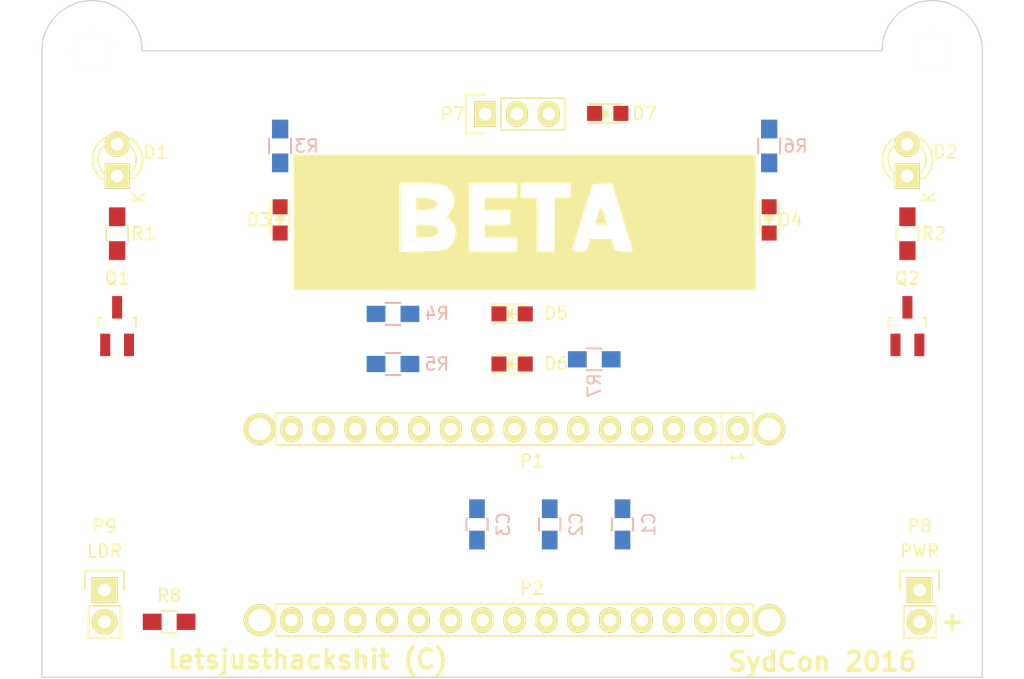
<source format=kicad_pcb>
(kicad_pcb (version 4) (host pcbnew 4.0.2-stable)

  (general
    (links 0)
    (no_connects 41)
    (area 109.949999 45.949999 185.050001 100.050001)
    (thickness 1.6)
    (drawings 25)
    (tracks 0)
    (zones 0)
    (modules 32)
    (nets 43)
  )

  (page A4)
  (title_block
    (date "jeu. 02 avril 2015")
  )

  (layers
    (0 F.Cu signal)
    (31 B.Cu signal)
    (32 B.Adhes user)
    (33 F.Adhes user)
    (34 B.Paste user)
    (35 F.Paste user)
    (36 B.SilkS user)
    (37 F.SilkS user)
    (38 B.Mask user)
    (39 F.Mask user)
    (40 Dwgs.User user)
    (41 Cmts.User user)
    (42 Eco1.User user)
    (43 Eco2.User user)
    (44 Edge.Cuts user)
    (45 Margin user)
    (46 B.CrtYd user)
    (47 F.CrtYd user)
    (48 B.Fab user)
    (49 F.Fab user)
  )

  (setup
    (last_trace_width 0.25)
    (trace_clearance 0.2)
    (zone_clearance 0.508)
    (zone_45_only no)
    (trace_min 0.2)
    (segment_width 0.15)
    (edge_width 0.1)
    (via_size 0.6)
    (via_drill 0.4)
    (via_min_size 0.4)
    (via_min_drill 0.3)
    (uvia_size 0.3)
    (uvia_drill 0.1)
    (uvias_allowed no)
    (uvia_min_size 0.2)
    (uvia_min_drill 0.1)
    (pcb_text_width 0.3)
    (pcb_text_size 1.5 1.5)
    (mod_edge_width 0.15)
    (mod_text_size 1 1)
    (mod_text_width 0.15)
    (pad_size 3 3)
    (pad_drill 3)
    (pad_to_mask_clearance 0)
    (aux_axis_origin 138.176 110.617)
    (visible_elements 7FFFFFFF)
    (pcbplotparams
      (layerselection 0x00030_80000001)
      (usegerberextensions false)
      (excludeedgelayer true)
      (linewidth 0.100000)
      (plotframeref false)
      (viasonmask false)
      (mode 1)
      (useauxorigin false)
      (hpglpennumber 1)
      (hpglpenspeed 20)
      (hpglpendiameter 15)
      (hpglpenoverlay 2)
      (psnegative false)
      (psa4output false)
      (plotreference true)
      (plotvalue true)
      (plotinvisibletext false)
      (padsonsilk false)
      (subtractmaskfromsilk false)
      (outputformat 1)
      (mirror false)
      (drillshape 0)
      (scaleselection 1)
      (outputdirectory ""))
  )

  (net 0 "")
  (net 1 "/1(Tx)")
  (net 2 "/0(Rx)")
  (net 3 /Reset)
  (net 4 GND)
  (net 5 /2)
  (net 6 "/3(**)")
  (net 7 /4)
  (net 8 "/5(**)")
  (net 9 "/6(**)")
  (net 10 /7)
  (net 11 /8)
  (net 12 "/9(**)")
  (net 13 "/10(**/SS)")
  (net 14 "/11(**/MISO)")
  (net 15 "/12(MOSI)")
  (net 16 /Vin)
  (net 17 +5V)
  (net 18 /A7)
  (net 19 /A6)
  (net 20 /A5)
  (net 21 /A4)
  (net 22 /A3)
  (net 23 /A2)
  (net 24 /A1)
  (net 25 /A0)
  (net 26 /AREF)
  (net 27 +3.3V)
  (net 28 "/13(SCK)")
  (net 29 "Net-(P3-Pad1)")
  (net 30 "Net-(P4-Pad1)")
  (net 31 "Net-(P5-Pad1)")
  (net 32 "Net-(P6-Pad1)")
  (net 33 "Net-(D1-Pad1)")
  (net 34 "Net-(D2-Pad1)")
  (net 35 "Net-(D3-Pad1)")
  (net 36 "Net-(D4-Pad1)")
  (net 37 "Net-(D5-Pad1)")
  (net 38 "Net-(D6-Pad1)")
  (net 39 "Net-(D7-Pad2)")
  (net 40 "Net-(P1-Pad3)")
  (net 41 "Net-(Q1-Pad3)")
  (net 42 "Net-(Q2-Pad3)")

  (net_class Default "This is the default net class."
    (clearance 0.2)
    (trace_width 0.25)
    (via_dia 0.6)
    (via_drill 0.4)
    (uvia_dia 0.3)
    (uvia_drill 0.1)
    (add_net +3.3V)
    (add_net +5V)
    (add_net "/0(Rx)")
    (add_net "/1(Tx)")
    (add_net "/10(**/SS)")
    (add_net "/11(**/MISO)")
    (add_net "/12(MOSI)")
    (add_net "/13(SCK)")
    (add_net /2)
    (add_net "/3(**)")
    (add_net /4)
    (add_net "/5(**)")
    (add_net "/6(**)")
    (add_net /7)
    (add_net /8)
    (add_net "/9(**)")
    (add_net /A0)
    (add_net /A1)
    (add_net /A2)
    (add_net /A3)
    (add_net /A4)
    (add_net /A5)
    (add_net /A6)
    (add_net /A7)
    (add_net /AREF)
    (add_net /Reset)
    (add_net /Vin)
    (add_net GND)
    (add_net "Net-(D1-Pad1)")
    (add_net "Net-(D2-Pad1)")
    (add_net "Net-(D3-Pad1)")
    (add_net "Net-(D4-Pad1)")
    (add_net "Net-(D5-Pad1)")
    (add_net "Net-(D6-Pad1)")
    (add_net "Net-(D7-Pad2)")
    (add_net "Net-(P1-Pad3)")
    (add_net "Net-(P3-Pad1)")
    (add_net "Net-(P4-Pad1)")
    (add_net "Net-(P5-Pad1)")
    (add_net "Net-(P6-Pad1)")
    (add_net "Net-(Q1-Pad3)")
    (add_net "Net-(Q2-Pad3)")
  )

  (module Socket_Arduino_Nano:Socket_Strip_Arduino_1x15 locked (layer F.Cu) (tedit 552169C6) (tstamp 551FC9D0)
    (at 165.469092 80.19563 180)
    (descr "Through hole socket strip")
    (tags "socket strip")
    (path /551D9496)
    (fp_text reference P1 (at 16.383 -2.54 180) (layer F.SilkS)
      (effects (font (size 1 1) (thickness 0.15)))
    )
    (fp_text value Digital (at 20.193 -2.54 180) (layer F.Fab)
      (effects (font (size 1 1) (thickness 0.15)))
    )
    (fp_line (start 1.27 -1.27) (end -1.27 -1.27) (layer F.SilkS) (width 0.15))
    (fp_line (start -1.27 -1.27) (end -1.27 1.27) (layer F.SilkS) (width 0.15))
    (fp_line (start -1.27 1.27) (end 1.27 1.27) (layer F.SilkS) (width 0.15))
    (fp_line (start -1.75 -1.75) (end -1.75 1.75) (layer F.CrtYd) (width 0.05))
    (fp_line (start 37.35 -1.75) (end 37.35 1.75) (layer F.CrtYd) (width 0.05))
    (fp_line (start -1.75 -1.75) (end 37.35 -1.75) (layer F.CrtYd) (width 0.05))
    (fp_line (start -1.75 1.75) (end 37.35 1.75) (layer F.CrtYd) (width 0.05))
    (fp_line (start 1.27 -1.27) (end 36.83 -1.27) (layer F.SilkS) (width 0.15))
    (fp_line (start 36.83 -1.27) (end 36.83 1.27) (layer F.SilkS) (width 0.15))
    (fp_line (start 36.83 1.27) (end 1.27 1.27) (layer F.SilkS) (width 0.15))
    (fp_line (start 1.27 1.27) (end 1.27 -1.27) (layer F.SilkS) (width 0.15))
    (pad 1 thru_hole oval (at 0 0 180) (size 1.7272 2.032) (drill 1.016) (layers *.Cu *.Mask F.SilkS)
      (net 1 "/1(Tx)"))
    (pad 2 thru_hole oval (at 2.54 0 180) (size 1.7272 2.032) (drill 1.016) (layers *.Cu *.Mask F.SilkS)
      (net 2 "/0(Rx)"))
    (pad 3 thru_hole oval (at 5.08 0 180) (size 1.7272 2.032) (drill 1.016) (layers *.Cu *.Mask F.SilkS)
      (net 40 "Net-(P1-Pad3)"))
    (pad 4 thru_hole oval (at 7.62 0 180) (size 1.7272 2.032) (drill 1.016) (layers *.Cu *.Mask F.SilkS)
      (net 4 GND))
    (pad 5 thru_hole oval (at 10.16 0 180) (size 1.7272 2.032) (drill 1.016) (layers *.Cu *.Mask F.SilkS)
      (net 5 /2))
    (pad 6 thru_hole oval (at 12.7 0 180) (size 1.7272 2.032) (drill 1.016) (layers *.Cu *.Mask F.SilkS)
      (net 6 "/3(**)"))
    (pad 7 thru_hole oval (at 15.24 0 180) (size 1.7272 2.032) (drill 1.016) (layers *.Cu *.Mask F.SilkS)
      (net 7 /4))
    (pad 8 thru_hole oval (at 17.78 0 180) (size 1.7272 2.032) (drill 1.016) (layers *.Cu *.Mask F.SilkS)
      (net 8 "/5(**)"))
    (pad 9 thru_hole oval (at 20.32 0 180) (size 1.7272 2.032) (drill 1.016) (layers *.Cu *.Mask F.SilkS)
      (net 9 "/6(**)"))
    (pad 10 thru_hole oval (at 22.86 0 180) (size 1.7272 2.032) (drill 1.016) (layers *.Cu *.Mask F.SilkS)
      (net 10 /7))
    (pad 11 thru_hole oval (at 25.4 0 180) (size 1.7272 2.032) (drill 1.016) (layers *.Cu *.Mask F.SilkS)
      (net 11 /8))
    (pad 12 thru_hole oval (at 27.94 0 180) (size 1.7272 2.032) (drill 1.016) (layers *.Cu *.Mask F.SilkS)
      (net 12 "/9(**)"))
    (pad 13 thru_hole oval (at 30.48 0 180) (size 1.7272 2.032) (drill 1.016) (layers *.Cu *.Mask F.SilkS)
      (net 13 "/10(**/SS)"))
    (pad 14 thru_hole oval (at 33.02 0 180) (size 1.7272 2.032) (drill 1.016) (layers *.Cu *.Mask F.SilkS)
      (net 14 "/11(**/MISO)"))
    (pad 15 thru_hole oval (at 35.56 0 180) (size 1.7272 2.032) (drill 1.016) (layers *.Cu *.Mask F.SilkS)
      (net 15 "/12(MOSI)"))
    (model ${KIPRJMOD}/Socket_Arduino_Nano.3dshapes/Socket_header_Arduino_1x15.wrl
      (at (xyz 0.7 0 0))
      (scale (xyz 1 1 1))
      (rotate (xyz 0 0 180))
    )
  )

  (module Socket_Arduino_Nano:Socket_Strip_Arduino_1x15 locked (layer F.Cu) (tedit 552169D3) (tstamp 551FC9EE)
    (at 165.469092 95.43563 180)
    (descr "Through hole socket strip")
    (tags "socket strip")
    (path /551D94EF)
    (fp_text reference P2 (at 16.383 2.54 180) (layer F.SilkS)
      (effects (font (size 1 1) (thickness 0.15)))
    )
    (fp_text value Analog (at 20.193 2.54 180) (layer F.Fab)
      (effects (font (size 1 1) (thickness 0.15)))
    )
    (fp_line (start 1.27 -1.27) (end -1.27 -1.27) (layer F.SilkS) (width 0.15))
    (fp_line (start -1.27 -1.27) (end -1.27 1.27) (layer F.SilkS) (width 0.15))
    (fp_line (start -1.27 1.27) (end 1.27 1.27) (layer F.SilkS) (width 0.15))
    (fp_line (start -1.75 -1.75) (end -1.75 1.75) (layer F.CrtYd) (width 0.05))
    (fp_line (start 37.35 -1.75) (end 37.35 1.75) (layer F.CrtYd) (width 0.05))
    (fp_line (start -1.75 -1.75) (end 37.35 -1.75) (layer F.CrtYd) (width 0.05))
    (fp_line (start -1.75 1.75) (end 37.35 1.75) (layer F.CrtYd) (width 0.05))
    (fp_line (start 1.27 -1.27) (end 36.83 -1.27) (layer F.SilkS) (width 0.15))
    (fp_line (start 36.83 -1.27) (end 36.83 1.27) (layer F.SilkS) (width 0.15))
    (fp_line (start 36.83 1.27) (end 1.27 1.27) (layer F.SilkS) (width 0.15))
    (fp_line (start 1.27 1.27) (end 1.27 -1.27) (layer F.SilkS) (width 0.15))
    (pad 1 thru_hole oval (at 0 0 180) (size 1.7272 2.032) (drill 1.016) (layers *.Cu *.Mask F.SilkS)
      (net 16 /Vin))
    (pad 2 thru_hole oval (at 2.54 0 180) (size 1.7272 2.032) (drill 1.016) (layers *.Cu *.Mask F.SilkS)
      (net 4 GND))
    (pad 3 thru_hole oval (at 5.08 0 180) (size 1.7272 2.032) (drill 1.016) (layers *.Cu *.Mask F.SilkS)
      (net 3 /Reset))
    (pad 4 thru_hole oval (at 7.62 0 180) (size 1.7272 2.032) (drill 1.016) (layers *.Cu *.Mask F.SilkS)
      (net 17 +5V))
    (pad 5 thru_hole oval (at 10.16 0 180) (size 1.7272 2.032) (drill 1.016) (layers *.Cu *.Mask F.SilkS)
      (net 18 /A7))
    (pad 6 thru_hole oval (at 12.7 0 180) (size 1.7272 2.032) (drill 1.016) (layers *.Cu *.Mask F.SilkS)
      (net 19 /A6))
    (pad 7 thru_hole oval (at 15.24 0 180) (size 1.7272 2.032) (drill 1.016) (layers *.Cu *.Mask F.SilkS)
      (net 20 /A5))
    (pad 8 thru_hole oval (at 17.78 0 180) (size 1.7272 2.032) (drill 1.016) (layers *.Cu *.Mask F.SilkS)
      (net 21 /A4))
    (pad 9 thru_hole oval (at 20.32 0 180) (size 1.7272 2.032) (drill 1.016) (layers *.Cu *.Mask F.SilkS)
      (net 22 /A3))
    (pad 10 thru_hole oval (at 22.86 0 180) (size 1.7272 2.032) (drill 1.016) (layers *.Cu *.Mask F.SilkS)
      (net 23 /A2))
    (pad 11 thru_hole oval (at 25.4 0 180) (size 1.7272 2.032) (drill 1.016) (layers *.Cu *.Mask F.SilkS)
      (net 24 /A1))
    (pad 12 thru_hole oval (at 27.94 0 180) (size 1.7272 2.032) (drill 1.016) (layers *.Cu *.Mask F.SilkS)
      (net 25 /A0))
    (pad 13 thru_hole oval (at 30.48 0 180) (size 1.7272 2.032) (drill 1.016) (layers *.Cu *.Mask F.SilkS)
      (net 26 /AREF))
    (pad 14 thru_hole oval (at 33.02 0 180) (size 1.7272 2.032) (drill 1.016) (layers *.Cu *.Mask F.SilkS)
      (net 27 +3.3V))
    (pad 15 thru_hole oval (at 35.56 0 180) (size 1.7272 2.032) (drill 1.016) (layers *.Cu *.Mask F.SilkS)
      (net 28 "/13(SCK)"))
    (model ${KIPRJMOD}/Socket_Arduino_Nano.3dshapes/Socket_header_Arduino_1x15.wrl
      (at (xyz 0.7 0 0))
      (scale (xyz 1 1 1))
      (rotate (xyz 0 0 180))
    )
  )

  (module Socket_Arduino_Nano:1pin_Nano locked (layer F.Cu) (tedit 5521156E) (tstamp 55211553)
    (at 168.009092 80.19563 270)
    (descr "module 1 pin (ou trou mecanique de percage)")
    (tags DEV)
    (path /551D9380)
    (fp_text reference P3 (at 0 -2.032 270) (layer F.SilkS) hide
      (effects (font (size 1 1) (thickness 0.15)))
    )
    (fp_text value CONN_1 (at 0 2.032 270) (layer F.Fab) hide
      (effects (font (size 1 1) (thickness 0.15)))
    )
    (pad 1 thru_hole circle (at 0 0 270) (size 2.54 2.54) (drill 1.778) (layers *.Cu *.Mask F.SilkS)
      (net 29 "Net-(P3-Pad1)"))
  )

  (module Socket_Arduino_Nano:1pin_Nano locked (layer F.Cu) (tedit 55211594) (tstamp 55211558)
    (at 127.369092 80.19563 270)
    (descr "module 1 pin (ou trou mecanique de percage)")
    (tags DEV)
    (path /551D9414)
    (fp_text reference P4 (at 0 -2.032 270) (layer F.SilkS) hide
      (effects (font (size 1 1) (thickness 0.15)))
    )
    (fp_text value CONN_1 (at 0 2.032 270) (layer F.Fab) hide
      (effects (font (size 1 1) (thickness 0.15)))
    )
    (pad 1 thru_hole circle (at 0 0 270) (size 2.54 2.54) (drill 1.778) (layers *.Cu *.Mask F.SilkS)
      (net 30 "Net-(P4-Pad1)"))
  )

  (module Socket_Arduino_Nano:1pin_Nano locked (layer F.Cu) (tedit 552115A5) (tstamp 5521155D)
    (at 127.369092 95.43563 270)
    (descr "module 1 pin (ou trou mecanique de percage)")
    (tags DEV)
    (path /551D9432)
    (fp_text reference P5 (at 0 -2.032 270) (layer F.SilkS) hide
      (effects (font (size 1 1) (thickness 0.15)))
    )
    (fp_text value CONN_1 (at 0 2.032 270) (layer F.Fab) hide
      (effects (font (size 1 1) (thickness 0.15)))
    )
    (pad 1 thru_hole circle (at 0 0 270) (size 2.54 2.54) (drill 1.778) (layers *.Cu *.Mask F.SilkS)
      (net 31 "Net-(P5-Pad1)"))
  )

  (module Socket_Arduino_Nano:1pin_Nano locked (layer F.Cu) (tedit 552115BD) (tstamp 55211562)
    (at 168.009092 95.43563 270)
    (descr "module 1 pin (ou trou mecanique de percage)")
    (tags DEV)
    (path /551D9466)
    (fp_text reference P6 (at 0 -2.032 270) (layer F.SilkS) hide
      (effects (font (size 1 1) (thickness 0.15)))
    )
    (fp_text value CONN_1 (at 0 2.032 270) (layer F.Fab) hide
      (effects (font (size 1 1) (thickness 0.15)))
    )
    (pad 1 thru_hole circle (at 0 0 270) (size 2.54 2.54) (drill 1.778) (layers *.Cu *.Mask F.SilkS)
      (net 32 "Net-(P6-Pad1)"))
  )

  (module Capacitors_SMD:C_0805_HandSoldering (layer B.Cu) (tedit 541A9B8D) (tstamp 56EFE844)
    (at 156.3 87.8 90)
    (descr "Capacitor SMD 0805, hand soldering")
    (tags "capacitor 0805")
    (path /56EF590D)
    (attr smd)
    (fp_text reference C1 (at 0 2.1 90) (layer B.SilkS)
      (effects (font (size 1 1) (thickness 0.15)) (justify mirror))
    )
    (fp_text value 22uF (at 0 -2.1 90) (layer B.Fab)
      (effects (font (size 1 1) (thickness 0.15)) (justify mirror))
    )
    (fp_line (start -2.3 1) (end 2.3 1) (layer B.CrtYd) (width 0.05))
    (fp_line (start -2.3 -1) (end 2.3 -1) (layer B.CrtYd) (width 0.05))
    (fp_line (start -2.3 1) (end -2.3 -1) (layer B.CrtYd) (width 0.05))
    (fp_line (start 2.3 1) (end 2.3 -1) (layer B.CrtYd) (width 0.05))
    (fp_line (start 0.5 0.85) (end -0.5 0.85) (layer B.SilkS) (width 0.15))
    (fp_line (start -0.5 -0.85) (end 0.5 -0.85) (layer B.SilkS) (width 0.15))
    (pad 1 smd rect (at -1.25 0 90) (size 1.5 1.25) (layers B.Cu B.Paste B.Mask)
      (net 17 +5V))
    (pad 2 smd rect (at 1.25 0 90) (size 1.5 1.25) (layers B.Cu B.Paste B.Mask)
      (net 4 GND))
    (model Capacitors_SMD.3dshapes/C_0805_HandSoldering.wrl
      (at (xyz 0 0 0))
      (scale (xyz 1 1 1))
      (rotate (xyz 0 0 0))
    )
  )

  (module Capacitors_SMD:C_0805_HandSoldering (layer B.Cu) (tedit 541A9B8D) (tstamp 56EFE850)
    (at 150.5 87.8 90)
    (descr "Capacitor SMD 0805, hand soldering")
    (tags "capacitor 0805")
    (path /56EF5B28)
    (attr smd)
    (fp_text reference C2 (at 0 2.1 90) (layer B.SilkS)
      (effects (font (size 1 1) (thickness 0.15)) (justify mirror))
    )
    (fp_text value 4.7uF (at 0 -2.1 90) (layer B.Fab)
      (effects (font (size 1 1) (thickness 0.15)) (justify mirror))
    )
    (fp_line (start -2.3 1) (end 2.3 1) (layer B.CrtYd) (width 0.05))
    (fp_line (start -2.3 -1) (end 2.3 -1) (layer B.CrtYd) (width 0.05))
    (fp_line (start -2.3 1) (end -2.3 -1) (layer B.CrtYd) (width 0.05))
    (fp_line (start 2.3 1) (end 2.3 -1) (layer B.CrtYd) (width 0.05))
    (fp_line (start 0.5 0.85) (end -0.5 0.85) (layer B.SilkS) (width 0.15))
    (fp_line (start -0.5 -0.85) (end 0.5 -0.85) (layer B.SilkS) (width 0.15))
    (pad 1 smd rect (at -1.25 0 90) (size 1.5 1.25) (layers B.Cu B.Paste B.Mask)
      (net 17 +5V))
    (pad 2 smd rect (at 1.25 0 90) (size 1.5 1.25) (layers B.Cu B.Paste B.Mask)
      (net 4 GND))
    (model Capacitors_SMD.3dshapes/C_0805_HandSoldering.wrl
      (at (xyz 0 0 0))
      (scale (xyz 1 1 1))
      (rotate (xyz 0 0 0))
    )
  )

  (module Capacitors_SMD:C_0805_HandSoldering (layer B.Cu) (tedit 541A9B8D) (tstamp 56EFE85C)
    (at 144.7 87.8 90)
    (descr "Capacitor SMD 0805, hand soldering")
    (tags "capacitor 0805")
    (path /56EF5B94)
    (attr smd)
    (fp_text reference C3 (at 0 2.1 90) (layer B.SilkS)
      (effects (font (size 1 1) (thickness 0.15)) (justify mirror))
    )
    (fp_text value 1uF (at 0 -2.1 90) (layer B.Fab)
      (effects (font (size 1 1) (thickness 0.15)) (justify mirror))
    )
    (fp_line (start -2.3 1) (end 2.3 1) (layer B.CrtYd) (width 0.05))
    (fp_line (start -2.3 -1) (end 2.3 -1) (layer B.CrtYd) (width 0.05))
    (fp_line (start -2.3 1) (end -2.3 -1) (layer B.CrtYd) (width 0.05))
    (fp_line (start 2.3 1) (end 2.3 -1) (layer B.CrtYd) (width 0.05))
    (fp_line (start 0.5 0.85) (end -0.5 0.85) (layer B.SilkS) (width 0.15))
    (fp_line (start -0.5 -0.85) (end 0.5 -0.85) (layer B.SilkS) (width 0.15))
    (pad 1 smd rect (at -1.25 0 90) (size 1.5 1.25) (layers B.Cu B.Paste B.Mask)
      (net 17 +5V))
    (pad 2 smd rect (at 1.25 0 90) (size 1.5 1.25) (layers B.Cu B.Paste B.Mask)
      (net 4 GND))
    (model Capacitors_SMD.3dshapes/C_0805_HandSoldering.wrl
      (at (xyz 0 0 0))
      (scale (xyz 1 1 1))
      (rotate (xyz 0 0 0))
    )
  )

  (module LEDs:LED_0805 (layer F.Cu) (tedit 55BDE1C2) (tstamp 56EFE895)
    (at 129 63.5 270)
    (descr "LED 0805 smd package")
    (tags "LED 0805 SMD")
    (path /56EECEC7)
    (attr smd)
    (fp_text reference D3 (at 0 1.7 360) (layer F.SilkS)
      (effects (font (size 1 1) (thickness 0.15)))
    )
    (fp_text value "LFT LED" (at 0 1.75 270) (layer F.Fab)
      (effects (font (size 1 1) (thickness 0.15)))
    )
    (fp_line (start -1.6 0.75) (end 1.1 0.75) (layer F.SilkS) (width 0.15))
    (fp_line (start -1.6 -0.75) (end 1.1 -0.75) (layer F.SilkS) (width 0.15))
    (fp_line (start -0.1 0.15) (end -0.1 -0.1) (layer F.SilkS) (width 0.15))
    (fp_line (start -0.1 -0.1) (end -0.25 0.05) (layer F.SilkS) (width 0.15))
    (fp_line (start -0.35 -0.35) (end -0.35 0.35) (layer F.SilkS) (width 0.15))
    (fp_line (start 0 0) (end 0.35 0) (layer F.SilkS) (width 0.15))
    (fp_line (start -0.35 0) (end 0 -0.35) (layer F.SilkS) (width 0.15))
    (fp_line (start 0 -0.35) (end 0 0.35) (layer F.SilkS) (width 0.15))
    (fp_line (start 0 0.35) (end -0.35 0) (layer F.SilkS) (width 0.15))
    (fp_line (start 1.9 -0.95) (end 1.9 0.95) (layer F.CrtYd) (width 0.05))
    (fp_line (start 1.9 0.95) (end -1.9 0.95) (layer F.CrtYd) (width 0.05))
    (fp_line (start -1.9 0.95) (end -1.9 -0.95) (layer F.CrtYd) (width 0.05))
    (fp_line (start -1.9 -0.95) (end 1.9 -0.95) (layer F.CrtYd) (width 0.05))
    (pad 2 smd rect (at 1.04902 0 90) (size 1.19888 1.19888) (layers F.Cu F.Paste F.Mask)
      (net 8 "/5(**)"))
    (pad 1 smd rect (at -1.04902 0 90) (size 1.19888 1.19888) (layers F.Cu F.Paste F.Mask)
      (net 35 "Net-(D3-Pad1)"))
    (model LEDs.3dshapes/LED_0805.wrl
      (at (xyz 0 0 0))
      (scale (xyz 1 1 1))
      (rotate (xyz 0 0 0))
    )
  )

  (module LEDs:LED_0805 (layer F.Cu) (tedit 55BDE1C2) (tstamp 56EFE8A8)
    (at 168 63.5 270)
    (descr "LED 0805 smd package")
    (tags "LED 0805 SMD")
    (path /56EED5AA)
    (attr smd)
    (fp_text reference D4 (at 0 -1.7 360) (layer F.SilkS)
      (effects (font (size 1 1) (thickness 0.15)))
    )
    (fp_text value "RHT LED" (at 0 1.75 270) (layer F.Fab)
      (effects (font (size 1 1) (thickness 0.15)))
    )
    (fp_line (start -1.6 0.75) (end 1.1 0.75) (layer F.SilkS) (width 0.15))
    (fp_line (start -1.6 -0.75) (end 1.1 -0.75) (layer F.SilkS) (width 0.15))
    (fp_line (start -0.1 0.15) (end -0.1 -0.1) (layer F.SilkS) (width 0.15))
    (fp_line (start -0.1 -0.1) (end -0.25 0.05) (layer F.SilkS) (width 0.15))
    (fp_line (start -0.35 -0.35) (end -0.35 0.35) (layer F.SilkS) (width 0.15))
    (fp_line (start 0 0) (end 0.35 0) (layer F.SilkS) (width 0.15))
    (fp_line (start -0.35 0) (end 0 -0.35) (layer F.SilkS) (width 0.15))
    (fp_line (start 0 -0.35) (end 0 0.35) (layer F.SilkS) (width 0.15))
    (fp_line (start 0 0.35) (end -0.35 0) (layer F.SilkS) (width 0.15))
    (fp_line (start 1.9 -0.95) (end 1.9 0.95) (layer F.CrtYd) (width 0.05))
    (fp_line (start 1.9 0.95) (end -1.9 0.95) (layer F.CrtYd) (width 0.05))
    (fp_line (start -1.9 0.95) (end -1.9 -0.95) (layer F.CrtYd) (width 0.05))
    (fp_line (start -1.9 -0.95) (end 1.9 -0.95) (layer F.CrtYd) (width 0.05))
    (pad 2 smd rect (at 1.04902 0 90) (size 1.19888 1.19888) (layers F.Cu F.Paste F.Mask)
      (net 9 "/6(**)"))
    (pad 1 smd rect (at -1.04902 0 90) (size 1.19888 1.19888) (layers F.Cu F.Paste F.Mask)
      (net 36 "Net-(D4-Pad1)"))
    (model LEDs.3dshapes/LED_0805.wrl
      (at (xyz 0 0 0))
      (scale (xyz 1 1 1))
      (rotate (xyz 0 0 0))
    )
  )

  (module LEDs:LED_0805 (layer F.Cu) (tedit 55BDE1C2) (tstamp 56EFE8BB)
    (at 147.5 71)
    (descr "LED 0805 smd package")
    (tags "LED 0805 SMD")
    (path /56EEE1C5)
    (attr smd)
    (fp_text reference D5 (at 3.49902 -0.05) (layer F.SilkS)
      (effects (font (size 1 1) (thickness 0.15)))
    )
    (fp_text value LED (at 0 1.75) (layer F.Fab)
      (effects (font (size 1 1) (thickness 0.15)))
    )
    (fp_line (start -1.6 0.75) (end 1.1 0.75) (layer F.SilkS) (width 0.15))
    (fp_line (start -1.6 -0.75) (end 1.1 -0.75) (layer F.SilkS) (width 0.15))
    (fp_line (start -0.1 0.15) (end -0.1 -0.1) (layer F.SilkS) (width 0.15))
    (fp_line (start -0.1 -0.1) (end -0.25 0.05) (layer F.SilkS) (width 0.15))
    (fp_line (start -0.35 -0.35) (end -0.35 0.35) (layer F.SilkS) (width 0.15))
    (fp_line (start 0 0) (end 0.35 0) (layer F.SilkS) (width 0.15))
    (fp_line (start -0.35 0) (end 0 -0.35) (layer F.SilkS) (width 0.15))
    (fp_line (start 0 -0.35) (end 0 0.35) (layer F.SilkS) (width 0.15))
    (fp_line (start 0 0.35) (end -0.35 0) (layer F.SilkS) (width 0.15))
    (fp_line (start 1.9 -0.95) (end 1.9 0.95) (layer F.CrtYd) (width 0.05))
    (fp_line (start 1.9 0.95) (end -1.9 0.95) (layer F.CrtYd) (width 0.05))
    (fp_line (start -1.9 0.95) (end -1.9 -0.95) (layer F.CrtYd) (width 0.05))
    (fp_line (start -1.9 -0.95) (end 1.9 -0.95) (layer F.CrtYd) (width 0.05))
    (pad 2 smd rect (at 1.04902 0 180) (size 1.19888 1.19888) (layers F.Cu F.Paste F.Mask)
      (net 10 /7))
    (pad 1 smd rect (at -1.04902 0 180) (size 1.19888 1.19888) (layers F.Cu F.Paste F.Mask)
      (net 37 "Net-(D5-Pad1)"))
    (model LEDs.3dshapes/LED_0805.wrl
      (at (xyz 0 0 0))
      (scale (xyz 1 1 1))
      (rotate (xyz 0 0 0))
    )
  )

  (module LEDs:LED_0805 (layer F.Cu) (tedit 55BDE1C2) (tstamp 56EFE8CE)
    (at 147.5 75)
    (descr "LED 0805 smd package")
    (tags "LED 0805 SMD")
    (path /56EEED6A)
    (attr smd)
    (fp_text reference D6 (at 3.5 -0.025) (layer F.SilkS)
      (effects (font (size 1 1) (thickness 0.15)))
    )
    (fp_text value LED (at 0 1.75) (layer F.Fab)
      (effects (font (size 1 1) (thickness 0.15)))
    )
    (fp_line (start -1.6 0.75) (end 1.1 0.75) (layer F.SilkS) (width 0.15))
    (fp_line (start -1.6 -0.75) (end 1.1 -0.75) (layer F.SilkS) (width 0.15))
    (fp_line (start -0.1 0.15) (end -0.1 -0.1) (layer F.SilkS) (width 0.15))
    (fp_line (start -0.1 -0.1) (end -0.25 0.05) (layer F.SilkS) (width 0.15))
    (fp_line (start -0.35 -0.35) (end -0.35 0.35) (layer F.SilkS) (width 0.15))
    (fp_line (start 0 0) (end 0.35 0) (layer F.SilkS) (width 0.15))
    (fp_line (start -0.35 0) (end 0 -0.35) (layer F.SilkS) (width 0.15))
    (fp_line (start 0 -0.35) (end 0 0.35) (layer F.SilkS) (width 0.15))
    (fp_line (start 0 0.35) (end -0.35 0) (layer F.SilkS) (width 0.15))
    (fp_line (start 1.9 -0.95) (end 1.9 0.95) (layer F.CrtYd) (width 0.05))
    (fp_line (start 1.9 0.95) (end -1.9 0.95) (layer F.CrtYd) (width 0.05))
    (fp_line (start -1.9 0.95) (end -1.9 -0.95) (layer F.CrtYd) (width 0.05))
    (fp_line (start -1.9 -0.95) (end 1.9 -0.95) (layer F.CrtYd) (width 0.05))
    (pad 2 smd rect (at 1.04902 0 180) (size 1.19888 1.19888) (layers F.Cu F.Paste F.Mask)
      (net 11 /8))
    (pad 1 smd rect (at -1.04902 0 180) (size 1.19888 1.19888) (layers F.Cu F.Paste F.Mask)
      (net 38 "Net-(D6-Pad1)"))
    (model LEDs.3dshapes/LED_0805.wrl
      (at (xyz 0 0 0))
      (scale (xyz 1 1 1))
      (rotate (xyz 0 0 0))
    )
  )

  (module LEDs:LED_0805 (layer F.Cu) (tedit 55BDE1C2) (tstamp 56EFE8E1)
    (at 155.125 55)
    (descr "LED 0805 smd package")
    (tags "LED 0805 SMD")
    (path /56EE7A9C)
    (attr smd)
    (fp_text reference D7 (at 2.925 0) (layer F.SilkS)
      (effects (font (size 1 1) (thickness 0.15)))
    )
    (fp_text value LED (at 0 1.75) (layer F.Fab)
      (effects (font (size 1 1) (thickness 0.15)))
    )
    (fp_line (start -1.6 0.75) (end 1.1 0.75) (layer F.SilkS) (width 0.15))
    (fp_line (start -1.6 -0.75) (end 1.1 -0.75) (layer F.SilkS) (width 0.15))
    (fp_line (start -0.1 0.15) (end -0.1 -0.1) (layer F.SilkS) (width 0.15))
    (fp_line (start -0.1 -0.1) (end -0.25 0.05) (layer F.SilkS) (width 0.15))
    (fp_line (start -0.35 -0.35) (end -0.35 0.35) (layer F.SilkS) (width 0.15))
    (fp_line (start 0 0) (end 0.35 0) (layer F.SilkS) (width 0.15))
    (fp_line (start -0.35 0) (end 0 -0.35) (layer F.SilkS) (width 0.15))
    (fp_line (start 0 -0.35) (end 0 0.35) (layer F.SilkS) (width 0.15))
    (fp_line (start 0 0.35) (end -0.35 0) (layer F.SilkS) (width 0.15))
    (fp_line (start 1.9 -0.95) (end 1.9 0.95) (layer F.CrtYd) (width 0.05))
    (fp_line (start 1.9 0.95) (end -1.9 0.95) (layer F.CrtYd) (width 0.05))
    (fp_line (start -1.9 0.95) (end -1.9 -0.95) (layer F.CrtYd) (width 0.05))
    (fp_line (start -1.9 -0.95) (end 1.9 -0.95) (layer F.CrtYd) (width 0.05))
    (pad 2 smd rect (at 1.04902 0 180) (size 1.19888 1.19888) (layers F.Cu F.Paste F.Mask)
      (net 39 "Net-(D7-Pad2)"))
    (pad 1 smd rect (at -1.04902 0 180) (size 1.19888 1.19888) (layers F.Cu F.Paste F.Mask)
      (net 4 GND))
    (model LEDs.3dshapes/LED_0805.wrl
      (at (xyz 0 0 0))
      (scale (xyz 1 1 1))
      (rotate (xyz 0 0 0))
    )
  )

  (module Pin_Headers:Pin_Header_Straight_1x03 (layer F.Cu) (tedit 0) (tstamp 56EFE8F3)
    (at 145.35 55.05 90)
    (descr "Through hole pin header")
    (tags "pin header")
    (path /56EE6515)
    (fp_text reference P7 (at 0 -2.6 180) (layer F.SilkS)
      (effects (font (size 1 1) (thickness 0.15)))
    )
    (fp_text value IR_RECVR (at 0 -3.1 90) (layer F.Fab)
      (effects (font (size 1 1) (thickness 0.15)))
    )
    (fp_line (start -1.75 -1.75) (end -1.75 6.85) (layer F.CrtYd) (width 0.05))
    (fp_line (start 1.75 -1.75) (end 1.75 6.85) (layer F.CrtYd) (width 0.05))
    (fp_line (start -1.75 -1.75) (end 1.75 -1.75) (layer F.CrtYd) (width 0.05))
    (fp_line (start -1.75 6.85) (end 1.75 6.85) (layer F.CrtYd) (width 0.05))
    (fp_line (start -1.27 1.27) (end -1.27 6.35) (layer F.SilkS) (width 0.15))
    (fp_line (start -1.27 6.35) (end 1.27 6.35) (layer F.SilkS) (width 0.15))
    (fp_line (start 1.27 6.35) (end 1.27 1.27) (layer F.SilkS) (width 0.15))
    (fp_line (start 1.55 -1.55) (end 1.55 0) (layer F.SilkS) (width 0.15))
    (fp_line (start 1.27 1.27) (end -1.27 1.27) (layer F.SilkS) (width 0.15))
    (fp_line (start -1.55 0) (end -1.55 -1.55) (layer F.SilkS) (width 0.15))
    (fp_line (start -1.55 -1.55) (end 1.55 -1.55) (layer F.SilkS) (width 0.15))
    (pad 1 thru_hole rect (at 0 0 90) (size 2.032 1.7272) (drill 1.016) (layers *.Cu *.Mask F.SilkS)
      (net 14 "/11(**/MISO)"))
    (pad 2 thru_hole oval (at 0 2.54 90) (size 2.032 1.7272) (drill 1.016) (layers *.Cu *.Mask F.SilkS)
      (net 4 GND))
    (pad 3 thru_hole oval (at 0 5.08 90) (size 2.032 1.7272) (drill 1.016) (layers *.Cu *.Mask F.SilkS)
      (net 17 +5V))
    (model Pin_Headers.3dshapes/Pin_Header_Straight_1x03.wrl
      (at (xyz 0 -0.1 0))
      (scale (xyz 1 1 1))
      (rotate (xyz 0 0 90))
    )
  )

  (module Pin_Headers:Pin_Header_Straight_1x02 (layer F.Cu) (tedit 56EFEFBC) (tstamp 56EFE904)
    (at 180 93.035)
    (descr "Through hole pin header")
    (tags "pin header")
    (path /56EF2AE3)
    (fp_text reference P8 (at 0 -5.1) (layer F.SilkS)
      (effects (font (size 1 1) (thickness 0.15)))
    )
    (fp_text value PWR (at 0 -3.1) (layer F.SilkS)
      (effects (font (size 1 1) (thickness 0.15)))
    )
    (fp_line (start 1.27 1.27) (end 1.27 3.81) (layer F.SilkS) (width 0.15))
    (fp_line (start 1.55 -1.55) (end 1.55 0) (layer F.SilkS) (width 0.15))
    (fp_line (start -1.75 -1.75) (end -1.75 4.3) (layer F.CrtYd) (width 0.05))
    (fp_line (start 1.75 -1.75) (end 1.75 4.3) (layer F.CrtYd) (width 0.05))
    (fp_line (start -1.75 -1.75) (end 1.75 -1.75) (layer F.CrtYd) (width 0.05))
    (fp_line (start -1.75 4.3) (end 1.75 4.3) (layer F.CrtYd) (width 0.05))
    (fp_line (start 1.27 1.27) (end -1.27 1.27) (layer F.SilkS) (width 0.15))
    (fp_line (start -1.55 0) (end -1.55 -1.55) (layer F.SilkS) (width 0.15))
    (fp_line (start -1.55 -1.55) (end 1.55 -1.55) (layer F.SilkS) (width 0.15))
    (fp_line (start -1.27 1.27) (end -1.27 3.81) (layer F.SilkS) (width 0.15))
    (fp_line (start -1.27 3.81) (end 1.27 3.81) (layer F.SilkS) (width 0.15))
    (pad 1 thru_hole rect (at 0 0) (size 2.032 2.032) (drill 1.016) (layers *.Cu *.Mask F.SilkS)
      (net 4 GND))
    (pad 2 thru_hole oval (at 0 2.54) (size 2.032 2.032) (drill 1.016) (layers *.Cu *.Mask F.SilkS)
      (net 16 /Vin))
    (model Pin_Headers.3dshapes/Pin_Header_Straight_1x02.wrl
      (at (xyz 0 -0.05 0))
      (scale (xyz 1 1 1))
      (rotate (xyz 0 0 90))
    )
  )

  (module TO_SOT_Packages_SMD:SOT-23_Handsoldering (layer F.Cu) (tedit 54E9291B) (tstamp 56EFE90F)
    (at 116 71.975)
    (descr "SOT-23, Handsoldering")
    (tags SOT-23)
    (path /56EF4D7B)
    (attr smd)
    (fp_text reference Q1 (at 0 -3.81) (layer F.SilkS)
      (effects (font (size 1 1) (thickness 0.15)))
    )
    (fp_text value Q_NMOS_GSD (at 0 3.81) (layer F.Fab)
      (effects (font (size 1 1) (thickness 0.15)))
    )
    (fp_line (start -1.49982 0.0508) (end -1.49982 -0.65024) (layer F.SilkS) (width 0.15))
    (fp_line (start -1.49982 -0.65024) (end -1.2509 -0.65024) (layer F.SilkS) (width 0.15))
    (fp_line (start 1.29916 -0.65024) (end 1.49982 -0.65024) (layer F.SilkS) (width 0.15))
    (fp_line (start 1.49982 -0.65024) (end 1.49982 0.0508) (layer F.SilkS) (width 0.15))
    (pad 1 smd rect (at -0.95 1.50114) (size 0.8001 1.80086) (layers F.Cu F.Paste F.Mask)
      (net 6 "/3(**)"))
    (pad 2 smd rect (at 0.95 1.50114) (size 0.8001 1.80086) (layers F.Cu F.Paste F.Mask)
      (net 4 GND))
    (pad 3 smd rect (at 0 -1.50114) (size 0.8001 1.80086) (layers F.Cu F.Paste F.Mask)
      (net 41 "Net-(Q1-Pad3)"))
    (model TO_SOT_Packages_SMD.3dshapes/SOT-23_Handsoldering.wrl
      (at (xyz 0 0 0))
      (scale (xyz 1 1 1))
      (rotate (xyz 0 0 0))
    )
  )

  (module TO_SOT_Packages_SMD:SOT-23_Handsoldering (layer F.Cu) (tedit 54E9291B) (tstamp 56EFE91A)
    (at 179.025 71.975)
    (descr "SOT-23, Handsoldering")
    (tags SOT-23)
    (path /56EF4DF9)
    (attr smd)
    (fp_text reference Q2 (at 0 -3.81) (layer F.SilkS)
      (effects (font (size 1 1) (thickness 0.15)))
    )
    (fp_text value Q_NMOS_GSD (at 0 3.81) (layer F.Fab)
      (effects (font (size 1 1) (thickness 0.15)))
    )
    (fp_line (start -1.49982 0.0508) (end -1.49982 -0.65024) (layer F.SilkS) (width 0.15))
    (fp_line (start -1.49982 -0.65024) (end -1.2509 -0.65024) (layer F.SilkS) (width 0.15))
    (fp_line (start 1.29916 -0.65024) (end 1.49982 -0.65024) (layer F.SilkS) (width 0.15))
    (fp_line (start 1.49982 -0.65024) (end 1.49982 0.0508) (layer F.SilkS) (width 0.15))
    (pad 1 smd rect (at -0.95 1.50114) (size 0.8001 1.80086) (layers F.Cu F.Paste F.Mask)
      (net 6 "/3(**)"))
    (pad 2 smd rect (at 0.95 1.50114) (size 0.8001 1.80086) (layers F.Cu F.Paste F.Mask)
      (net 4 GND))
    (pad 3 smd rect (at 0 -1.50114) (size 0.8001 1.80086) (layers F.Cu F.Paste F.Mask)
      (net 42 "Net-(Q2-Pad3)"))
    (model TO_SOT_Packages_SMD.3dshapes/SOT-23_Handsoldering.wrl
      (at (xyz 0 0 0))
      (scale (xyz 1 1 1))
      (rotate (xyz 0 0 0))
    )
  )

  (module Resistors_SMD:R_0805_HandSoldering (layer F.Cu) (tedit 54189DEE) (tstamp 56EFE926)
    (at 116 64.6 270)
    (descr "Resistor SMD 0805, hand soldering")
    (tags "resistor 0805")
    (path /56EE6C20)
    (attr smd)
    (fp_text reference R1 (at 0 -2.1 360) (layer F.SilkS)
      (effects (font (size 1 1) (thickness 0.15)))
    )
    (fp_text value 50 (at 0 2.1 270) (layer F.Fab)
      (effects (font (size 1 1) (thickness 0.15)))
    )
    (fp_line (start -2.4 -1) (end 2.4 -1) (layer F.CrtYd) (width 0.05))
    (fp_line (start -2.4 1) (end 2.4 1) (layer F.CrtYd) (width 0.05))
    (fp_line (start -2.4 -1) (end -2.4 1) (layer F.CrtYd) (width 0.05))
    (fp_line (start 2.4 -1) (end 2.4 1) (layer F.CrtYd) (width 0.05))
    (fp_line (start 0.6 0.875) (end -0.6 0.875) (layer F.SilkS) (width 0.15))
    (fp_line (start -0.6 -0.875) (end 0.6 -0.875) (layer F.SilkS) (width 0.15))
    (pad 1 smd rect (at -1.35 0 270) (size 1.5 1.3) (layers F.Cu F.Paste F.Mask)
      (net 33 "Net-(D1-Pad1)"))
    (pad 2 smd rect (at 1.35 0 270) (size 1.5 1.3) (layers F.Cu F.Paste F.Mask)
      (net 41 "Net-(Q1-Pad3)"))
    (model Resistors_SMD.3dshapes/R_0805_HandSoldering.wrl
      (at (xyz 0 0 0))
      (scale (xyz 1 1 1))
      (rotate (xyz 0 0 0))
    )
  )

  (module Resistors_SMD:R_0805_HandSoldering (layer F.Cu) (tedit 54189DEE) (tstamp 56EFE932)
    (at 179.025 64.6 270)
    (descr "Resistor SMD 0805, hand soldering")
    (tags "resistor 0805")
    (path /56EE7111)
    (attr smd)
    (fp_text reference R2 (at 0 -2.1 360) (layer F.SilkS)
      (effects (font (size 1 1) (thickness 0.15)))
    )
    (fp_text value 50 (at 0 2.1 270) (layer F.Fab)
      (effects (font (size 1 1) (thickness 0.15)))
    )
    (fp_line (start -2.4 -1) (end 2.4 -1) (layer F.CrtYd) (width 0.05))
    (fp_line (start -2.4 1) (end 2.4 1) (layer F.CrtYd) (width 0.05))
    (fp_line (start -2.4 -1) (end -2.4 1) (layer F.CrtYd) (width 0.05))
    (fp_line (start 2.4 -1) (end 2.4 1) (layer F.CrtYd) (width 0.05))
    (fp_line (start 0.6 0.875) (end -0.6 0.875) (layer F.SilkS) (width 0.15))
    (fp_line (start -0.6 -0.875) (end 0.6 -0.875) (layer F.SilkS) (width 0.15))
    (pad 1 smd rect (at -1.35 0 270) (size 1.5 1.3) (layers F.Cu F.Paste F.Mask)
      (net 34 "Net-(D2-Pad1)"))
    (pad 2 smd rect (at 1.35 0 270) (size 1.5 1.3) (layers F.Cu F.Paste F.Mask)
      (net 42 "Net-(Q2-Pad3)"))
    (model Resistors_SMD.3dshapes/R_0805_HandSoldering.wrl
      (at (xyz 0 0 0))
      (scale (xyz 1 1 1))
      (rotate (xyz 0 0 0))
    )
  )

  (module Resistors_SMD:R_0805_HandSoldering (layer B.Cu) (tedit 54189DEE) (tstamp 56EFE93E)
    (at 129 57.6 90)
    (descr "Resistor SMD 0805, hand soldering")
    (tags "resistor 0805")
    (path /56EECEC1)
    (attr smd)
    (fp_text reference R3 (at 0 2.1 180) (layer B.SilkS)
      (effects (font (size 1 1) (thickness 0.15)) (justify mirror))
    )
    (fp_text value 330 (at 0 -2.1 90) (layer B.Fab)
      (effects (font (size 1 1) (thickness 0.15)) (justify mirror))
    )
    (fp_line (start -2.4 1) (end 2.4 1) (layer B.CrtYd) (width 0.05))
    (fp_line (start -2.4 -1) (end 2.4 -1) (layer B.CrtYd) (width 0.05))
    (fp_line (start -2.4 1) (end -2.4 -1) (layer B.CrtYd) (width 0.05))
    (fp_line (start 2.4 1) (end 2.4 -1) (layer B.CrtYd) (width 0.05))
    (fp_line (start 0.6 -0.875) (end -0.6 -0.875) (layer B.SilkS) (width 0.15))
    (fp_line (start -0.6 0.875) (end 0.6 0.875) (layer B.SilkS) (width 0.15))
    (pad 1 smd rect (at -1.35 0 90) (size 1.5 1.3) (layers B.Cu B.Paste B.Mask)
      (net 35 "Net-(D3-Pad1)"))
    (pad 2 smd rect (at 1.35 0 90) (size 1.5 1.3) (layers B.Cu B.Paste B.Mask)
      (net 4 GND))
    (model Resistors_SMD.3dshapes/R_0805_HandSoldering.wrl
      (at (xyz 0 0 0))
      (scale (xyz 1 1 1))
      (rotate (xyz 0 0 0))
    )
  )

  (module Resistors_SMD:R_0805_HandSoldering (layer B.Cu) (tedit 54189DEE) (tstamp 56EFE94A)
    (at 138 71 180)
    (descr "Resistor SMD 0805, hand soldering")
    (tags "resistor 0805")
    (path /56EEE4F8)
    (attr smd)
    (fp_text reference R4 (at -3.5 0.025 180) (layer B.SilkS)
      (effects (font (size 1 1) (thickness 0.15)) (justify mirror))
    )
    (fp_text value 330 (at 0 -2.1 180) (layer B.Fab)
      (effects (font (size 1 1) (thickness 0.15)) (justify mirror))
    )
    (fp_line (start -2.4 1) (end 2.4 1) (layer B.CrtYd) (width 0.05))
    (fp_line (start -2.4 -1) (end 2.4 -1) (layer B.CrtYd) (width 0.05))
    (fp_line (start -2.4 1) (end -2.4 -1) (layer B.CrtYd) (width 0.05))
    (fp_line (start 2.4 1) (end 2.4 -1) (layer B.CrtYd) (width 0.05))
    (fp_line (start 0.6 -0.875) (end -0.6 -0.875) (layer B.SilkS) (width 0.15))
    (fp_line (start -0.6 0.875) (end 0.6 0.875) (layer B.SilkS) (width 0.15))
    (pad 1 smd rect (at -1.35 0 180) (size 1.5 1.3) (layers B.Cu B.Paste B.Mask)
      (net 37 "Net-(D5-Pad1)"))
    (pad 2 smd rect (at 1.35 0 180) (size 1.5 1.3) (layers B.Cu B.Paste B.Mask)
      (net 4 GND))
    (model Resistors_SMD.3dshapes/R_0805_HandSoldering.wrl
      (at (xyz 0 0 0))
      (scale (xyz 1 1 1))
      (rotate (xyz 0 0 0))
    )
  )

  (module Resistors_SMD:R_0805_HandSoldering (layer B.Cu) (tedit 54189DEE) (tstamp 56EFE956)
    (at 138 75 180)
    (descr "Resistor SMD 0805, hand soldering")
    (tags "resistor 0805")
    (path /56EEED70)
    (attr smd)
    (fp_text reference R5 (at -3.5 0 180) (layer B.SilkS)
      (effects (font (size 1 1) (thickness 0.15)) (justify mirror))
    )
    (fp_text value 330 (at 0 -2.1 180) (layer B.Fab)
      (effects (font (size 1 1) (thickness 0.15)) (justify mirror))
    )
    (fp_line (start -2.4 1) (end 2.4 1) (layer B.CrtYd) (width 0.05))
    (fp_line (start -2.4 -1) (end 2.4 -1) (layer B.CrtYd) (width 0.05))
    (fp_line (start -2.4 1) (end -2.4 -1) (layer B.CrtYd) (width 0.05))
    (fp_line (start 2.4 1) (end 2.4 -1) (layer B.CrtYd) (width 0.05))
    (fp_line (start 0.6 -0.875) (end -0.6 -0.875) (layer B.SilkS) (width 0.15))
    (fp_line (start -0.6 0.875) (end 0.6 0.875) (layer B.SilkS) (width 0.15))
    (pad 1 smd rect (at -1.35 0 180) (size 1.5 1.3) (layers B.Cu B.Paste B.Mask)
      (net 38 "Net-(D6-Pad1)"))
    (pad 2 smd rect (at 1.35 0 180) (size 1.5 1.3) (layers B.Cu B.Paste B.Mask)
      (net 4 GND))
    (model Resistors_SMD.3dshapes/R_0805_HandSoldering.wrl
      (at (xyz 0 0 0))
      (scale (xyz 1 1 1))
      (rotate (xyz 0 0 0))
    )
  )

  (module Resistors_SMD:R_0805_HandSoldering (layer B.Cu) (tedit 54189DEE) (tstamp 56EFE962)
    (at 168 57.6 90)
    (descr "Resistor SMD 0805, hand soldering")
    (tags "resistor 0805")
    (path /56EED5A4)
    (attr smd)
    (fp_text reference R6 (at 0 2.1 180) (layer B.SilkS)
      (effects (font (size 1 1) (thickness 0.15)) (justify mirror))
    )
    (fp_text value 330 (at 0 -2.1 90) (layer B.Fab)
      (effects (font (size 1 1) (thickness 0.15)) (justify mirror))
    )
    (fp_line (start -2.4 1) (end 2.4 1) (layer B.CrtYd) (width 0.05))
    (fp_line (start -2.4 -1) (end 2.4 -1) (layer B.CrtYd) (width 0.05))
    (fp_line (start -2.4 1) (end -2.4 -1) (layer B.CrtYd) (width 0.05))
    (fp_line (start 2.4 1) (end 2.4 -1) (layer B.CrtYd) (width 0.05))
    (fp_line (start 0.6 -0.875) (end -0.6 -0.875) (layer B.SilkS) (width 0.15))
    (fp_line (start -0.6 0.875) (end 0.6 0.875) (layer B.SilkS) (width 0.15))
    (pad 1 smd rect (at -1.35 0 90) (size 1.5 1.3) (layers B.Cu B.Paste B.Mask)
      (net 36 "Net-(D4-Pad1)"))
    (pad 2 smd rect (at 1.35 0 90) (size 1.5 1.3) (layers B.Cu B.Paste B.Mask)
      (net 4 GND))
    (model Resistors_SMD.3dshapes/R_0805_HandSoldering.wrl
      (at (xyz 0 0 0))
      (scale (xyz 1 1 1))
      (rotate (xyz 0 0 0))
    )
  )

  (module Resistors_SMD:R_0805_HandSoldering (layer B.Cu) (tedit 54189DEE) (tstamp 56EFE96E)
    (at 154.05 74.625)
    (descr "Resistor SMD 0805, hand soldering")
    (tags "resistor 0805")
    (path /56EE7B60)
    (attr smd)
    (fp_text reference R7 (at 0 2.1 90) (layer B.SilkS)
      (effects (font (size 1 1) (thickness 0.15)) (justify mirror))
    )
    (fp_text value 330 (at 0 -2.1) (layer B.Fab)
      (effects (font (size 1 1) (thickness 0.15)) (justify mirror))
    )
    (fp_line (start -2.4 1) (end 2.4 1) (layer B.CrtYd) (width 0.05))
    (fp_line (start -2.4 -1) (end 2.4 -1) (layer B.CrtYd) (width 0.05))
    (fp_line (start -2.4 1) (end -2.4 -1) (layer B.CrtYd) (width 0.05))
    (fp_line (start 2.4 1) (end 2.4 -1) (layer B.CrtYd) (width 0.05))
    (fp_line (start 0.6 -0.875) (end -0.6 -0.875) (layer B.SilkS) (width 0.15))
    (fp_line (start -0.6 0.875) (end 0.6 0.875) (layer B.SilkS) (width 0.15))
    (pad 1 smd rect (at -1.35 0) (size 1.5 1.3) (layers B.Cu B.Paste B.Mask)
      (net 7 /4))
    (pad 2 smd rect (at 1.35 0) (size 1.5 1.3) (layers B.Cu B.Paste B.Mask)
      (net 39 "Net-(D7-Pad2)"))
    (model Resistors_SMD.3dshapes/R_0805_HandSoldering.wrl
      (at (xyz 0 0 0))
      (scale (xyz 1 1 1))
      (rotate (xyz 0 0 0))
    )
  )

  (module LEDs:LED-3MM (layer F.Cu) (tedit 559B82F6) (tstamp 56EFEC10)
    (at 116 60 90)
    (descr "LED 3mm round vertical")
    (tags "LED  3mm round vertical")
    (path /56EE6CAE)
    (fp_text reference D1 (at 1.91 3.06 180) (layer F.SilkS)
      (effects (font (size 1 1) (thickness 0.15)))
    )
    (fp_text value "IR LED" (at 1.3 -2.9 90) (layer F.Fab)
      (effects (font (size 1 1) (thickness 0.15)))
    )
    (fp_line (start -1.2 2.3) (end 3.8 2.3) (layer F.CrtYd) (width 0.05))
    (fp_line (start 3.8 2.3) (end 3.8 -2.2) (layer F.CrtYd) (width 0.05))
    (fp_line (start 3.8 -2.2) (end -1.2 -2.2) (layer F.CrtYd) (width 0.05))
    (fp_line (start -1.2 -2.2) (end -1.2 2.3) (layer F.CrtYd) (width 0.05))
    (fp_line (start -0.199 1.314) (end -0.199 1.114) (layer F.SilkS) (width 0.15))
    (fp_line (start -0.199 -1.28) (end -0.199 -1.1) (layer F.SilkS) (width 0.15))
    (fp_arc (start 1.301 0.034) (end -0.199 -1.286) (angle 108.5) (layer F.SilkS) (width 0.15))
    (fp_arc (start 1.301 0.034) (end 0.25 -1.1) (angle 85.7) (layer F.SilkS) (width 0.15))
    (fp_arc (start 1.311 0.034) (end 3.051 0.994) (angle 110) (layer F.SilkS) (width 0.15))
    (fp_arc (start 1.301 0.034) (end 2.335 1.094) (angle 87.5) (layer F.SilkS) (width 0.15))
    (fp_text user K (at -1.69 1.74 90) (layer F.SilkS)
      (effects (font (size 1 1) (thickness 0.15)))
    )
    (pad 1 thru_hole rect (at 0 0 180) (size 2 2) (drill 1.00076) (layers *.Cu *.Mask F.SilkS)
      (net 33 "Net-(D1-Pad1)"))
    (pad 2 thru_hole circle (at 2.54 0 90) (size 2 2) (drill 1.00076) (layers *.Cu *.Mask F.SilkS)
      (net 17 +5V))
    (model LEDs.3dshapes/LED-3MM.wrl
      (at (xyz 0.05 0 0))
      (scale (xyz 1 1 1))
      (rotate (xyz 0 0 90))
    )
  )

  (module LEDs:LED-3MM (layer F.Cu) (tedit 559B82F6) (tstamp 56EFEC20)
    (at 179 60 90)
    (descr "LED 3mm round vertical")
    (tags "LED  3mm round vertical")
    (path /56EE7117)
    (fp_text reference D2 (at 1.91 3.06 180) (layer F.SilkS)
      (effects (font (size 1 1) (thickness 0.15)))
    )
    (fp_text value "IR LED" (at 1.3 -2.9 90) (layer F.Fab)
      (effects (font (size 1 1) (thickness 0.15)))
    )
    (fp_line (start -1.2 2.3) (end 3.8 2.3) (layer F.CrtYd) (width 0.05))
    (fp_line (start 3.8 2.3) (end 3.8 -2.2) (layer F.CrtYd) (width 0.05))
    (fp_line (start 3.8 -2.2) (end -1.2 -2.2) (layer F.CrtYd) (width 0.05))
    (fp_line (start -1.2 -2.2) (end -1.2 2.3) (layer F.CrtYd) (width 0.05))
    (fp_line (start -0.199 1.314) (end -0.199 1.114) (layer F.SilkS) (width 0.15))
    (fp_line (start -0.199 -1.28) (end -0.199 -1.1) (layer F.SilkS) (width 0.15))
    (fp_arc (start 1.301 0.034) (end -0.199 -1.286) (angle 108.5) (layer F.SilkS) (width 0.15))
    (fp_arc (start 1.301 0.034) (end 0.25 -1.1) (angle 85.7) (layer F.SilkS) (width 0.15))
    (fp_arc (start 1.311 0.034) (end 3.051 0.994) (angle 110) (layer F.SilkS) (width 0.15))
    (fp_arc (start 1.301 0.034) (end 2.335 1.094) (angle 87.5) (layer F.SilkS) (width 0.15))
    (fp_text user K (at -1.69 1.74 90) (layer F.SilkS)
      (effects (font (size 1 1) (thickness 0.15)))
    )
    (pad 1 thru_hole rect (at 0 0 180) (size 2 2) (drill 1.00076) (layers *.Cu *.Mask F.SilkS)
      (net 34 "Net-(D2-Pad1)"))
    (pad 2 thru_hole circle (at 2.54 0 90) (size 2 2) (drill 1.00076) (layers *.Cu *.Mask F.SilkS)
      (net 17 +5V))
    (model LEDs.3dshapes/LED-3MM.wrl
      (at (xyz 0.05 0 0))
      (scale (xyz 1 1 1))
      (rotate (xyz 0 0 90))
    )
  )

  (module Mounting_Holes:MountingHole_3mm (layer F.Cu) (tedit 56F0A029) (tstamp 56EFF48C)
    (at 114 50)
    (descr "Mounting Hole 3mm, no annular")
    (tags "mounting hole 3mm no annular")
    (fp_text reference REF** (at 0 -4) (layer F.Fab) hide
      (effects (font (size 1 1) (thickness 0.15)))
    )
    (fp_text value MountingHole_3mm (at 0 4) (layer F.Fab)
      (effects (font (size 1 1) (thickness 0.15)))
    )
    (fp_circle (center 0 0) (end 3 0) (layer Cmts.User) (width 0.15))
    (fp_circle (center 0 0) (end 3.25 0) (layer F.CrtYd) (width 0.05))
    (pad 1 np_thru_hole circle (at 0 0) (size 3 3) (drill 3) (layers *.Cu *.Mask F.SilkS))
  )

  (module Mounting_Holes:MountingHole_3mm (layer F.Cu) (tedit 56F0A020) (tstamp 56EFF4A5)
    (at 181 50)
    (descr "Mounting Hole 3mm, no annular")
    (tags "mounting hole 3mm no annular")
    (fp_text reference REF** (at 0 -4) (layer F.Fab) hide
      (effects (font (size 1 1) (thickness 0.15)))
    )
    (fp_text value MountingHole_3mm (at 0 4) (layer F.Fab)
      (effects (font (size 1 1) (thickness 0.15)))
    )
    (fp_circle (center 0 0) (end 3 0) (layer Cmts.User) (width 0.15))
    (fp_circle (center 0 0) (end 3.25 0) (layer F.CrtYd) (width 0.05))
    (pad 1 np_thru_hole circle (at 0 0) (size 3 3) (drill 3) (layers *.Cu *.Mask F.SilkS))
  )

  (module Pin_Headers:Pin_Header_Straight_1x02 (layer F.Cu) (tedit 56F0A273) (tstamp 56F0A331)
    (at 115 93.035)
    (descr "Through hole pin header")
    (tags "pin header")
    (path /56F0A95A)
    (fp_text reference P9 (at 0 -5.1) (layer F.SilkS)
      (effects (font (size 1 1) (thickness 0.15)))
    )
    (fp_text value LDR (at 0 -3.1) (layer F.SilkS)
      (effects (font (size 1 1) (thickness 0.15)))
    )
    (fp_line (start 1.27 1.27) (end 1.27 3.81) (layer F.SilkS) (width 0.15))
    (fp_line (start 1.55 -1.55) (end 1.55 0) (layer F.SilkS) (width 0.15))
    (fp_line (start -1.75 -1.75) (end -1.75 4.3) (layer F.CrtYd) (width 0.05))
    (fp_line (start 1.75 -1.75) (end 1.75 4.3) (layer F.CrtYd) (width 0.05))
    (fp_line (start -1.75 -1.75) (end 1.75 -1.75) (layer F.CrtYd) (width 0.05))
    (fp_line (start -1.75 4.3) (end 1.75 4.3) (layer F.CrtYd) (width 0.05))
    (fp_line (start 1.27 1.27) (end -1.27 1.27) (layer F.SilkS) (width 0.15))
    (fp_line (start -1.55 0) (end -1.55 -1.55) (layer F.SilkS) (width 0.15))
    (fp_line (start -1.55 -1.55) (end 1.55 -1.55) (layer F.SilkS) (width 0.15))
    (fp_line (start -1.27 1.27) (end -1.27 3.81) (layer F.SilkS) (width 0.15))
    (fp_line (start -1.27 3.81) (end 1.27 3.81) (layer F.SilkS) (width 0.15))
    (pad 1 thru_hole rect (at 0 0) (size 2.032 2.032) (drill 1.016) (layers *.Cu *.Mask F.SilkS)
      (net 17 +5V))
    (pad 2 thru_hole oval (at 0 2.54) (size 2.032 2.032) (drill 1.016) (layers *.Cu *.Mask F.SilkS)
      (net 25 /A0))
    (model Pin_Headers.3dshapes/Pin_Header_Straight_1x02.wrl
      (at (xyz 0 -0.05 0))
      (scale (xyz 1 1 1))
      (rotate (xyz 0 0 90))
    )
  )

  (module Resistors_SMD:R_0805_HandSoldering (layer F.Cu) (tedit 54189DEE) (tstamp 56F0A33D)
    (at 120.15 95.575)
    (descr "Resistor SMD 0805, hand soldering")
    (tags "resistor 0805")
    (path /56F0B0FE)
    (attr smd)
    (fp_text reference R8 (at 0 -2.1) (layer F.SilkS)
      (effects (font (size 1 1) (thickness 0.15)))
    )
    (fp_text value 10k (at 0 2.1) (layer F.Fab)
      (effects (font (size 1 1) (thickness 0.15)))
    )
    (fp_line (start -2.4 -1) (end 2.4 -1) (layer F.CrtYd) (width 0.05))
    (fp_line (start -2.4 1) (end 2.4 1) (layer F.CrtYd) (width 0.05))
    (fp_line (start -2.4 -1) (end -2.4 1) (layer F.CrtYd) (width 0.05))
    (fp_line (start 2.4 -1) (end 2.4 1) (layer F.CrtYd) (width 0.05))
    (fp_line (start 0.6 0.875) (end -0.6 0.875) (layer F.SilkS) (width 0.15))
    (fp_line (start -0.6 -0.875) (end 0.6 -0.875) (layer F.SilkS) (width 0.15))
    (pad 1 smd rect (at -1.35 0) (size 1.5 1.3) (layers F.Cu F.Paste F.Mask)
      (net 25 /A0))
    (pad 2 smd rect (at 1.35 0) (size 1.5 1.3) (layers F.Cu F.Paste F.Mask)
      (net 4 GND))
    (model Resistors_SMD.3dshapes/R_0805_HandSoldering.wrl
      (at (xyz 0 0 0))
      (scale (xyz 1 1 1))
      (rotate (xyz 0 0 0))
    )
  )

  (module ciphersink_logo:beta_silk (layer F.Cu) (tedit 0) (tstamp 56F0A80C)
    (at 148.5 63.625)
    (fp_text reference G*** (at 0 0) (layer F.SilkS) hide
      (effects (font (thickness 0.3)))
    )
    (fp_text value LOGO (at 0.75 0) (layer F.SilkS) hide
      (effects (font (thickness 0.3)))
    )
    (fp_poly (pts (xy 18.415 5.461) (xy -18.415 5.461) (xy -18.415 -3.048) (xy -9.906 -3.048)
      (xy -9.906 2.437357) (xy -8.15975 2.391453) (xy -7.319953 2.358323) (xy -6.713082 2.308039)
      (xy -6.318503 2.23831) (xy -6.142544 2.167464) (xy -5.753933 1.781694) (xy -5.534105 1.289055)
      (xy -5.49024 0.758633) (xy -5.629518 0.259511) (xy -5.90717 -0.097152) (xy -6.242046 -0.3852)
      (xy -5.915023 -0.773844) (xy -5.641368 -1.272273) (xy -5.616623 -1.81712) (xy -5.786936 -2.302312)
      (xy -5.987912 -2.588863) (xy -6.274729 -2.795542) (xy -6.685367 -2.933282) (xy -7.257807 -3.013011)
      (xy -8.030029 -3.045663) (xy -8.377921 -3.048) (xy -4.445 -3.048) (xy -4.445 2.413)
      (xy -0.635 2.413) (xy -0.635 1.27) (xy -3.175 1.27) (xy -3.175 0.254)
      (xy -1.143 0.254) (xy -1.143 -0.889) (xy -3.175 -0.889) (xy -3.175 -1.905)
      (xy -0.635 -1.905) (xy -0.635 -3.048) (xy -0.254 -3.048) (xy -0.254 -1.905)
      (xy 1.016 -1.905) (xy 1.016 2.413) (xy 2.413 2.413) (xy 2.413 2.25425)
      (xy 3.812929 2.25425) (xy 3.931467 2.36523) (xy 4.283748 2.411748) (xy 4.376604 2.413)
      (xy 4.730165 2.399786) (xy 4.916628 2.318334) (xy 5.022835 2.105924) (xy 5.08 1.905)
      (xy 5.21679 1.397) (xy 6.940203 1.397) (xy 7.057851 1.87325) (xy 7.133781 2.140039)
      (xy 7.239763 2.285867) (xy 7.446017 2.352826) (xy 7.822767 2.38301) (xy 7.91642 2.387906)
      (xy 8.328525 2.404094) (xy 8.539691 2.383947) (xy 8.60249 2.306836) (xy 8.569499 2.152128)
      (xy 8.563696 2.133906) (xy 8.481632 1.872581) (xy 8.340335 1.417372) (xy 8.154904 0.817273)
      (xy 7.940437 0.121279) (xy 7.712034 -0.621615) (xy 7.484794 -1.362413) (xy 7.287879 -2.006065)
      (xy 6.966082 -3.05963) (xy 5.438198 -2.9845) (xy 4.627028 -0.4445) (xy 4.384497 0.321794)
      (xy 4.170624 1.010663) (xy 3.996957 1.583823) (xy 3.875045 2.00299) (xy 3.816436 2.229881)
      (xy 3.812929 2.25425) (xy 2.413 2.25425) (xy 2.413 -1.905) (xy 3.683 -1.905)
      (xy 3.683 -3.048) (xy -0.254 -3.048) (xy -0.635 -3.048) (xy -4.445 -3.048)
      (xy -8.377921 -3.048) (xy -9.906 -3.048) (xy -18.415 -3.048) (xy -18.415 -5.334)
      (xy 18.415 -5.334) (xy 18.415 5.461)) (layer F.SilkS) (width 0.01))
    (fp_poly (pts (xy -7.38402 0.305464) (xy -7.006811 0.460108) (xy -6.860178 0.718312) (xy -6.858 0.762)
      (xy -6.972949 1.034493) (xy -7.318358 1.203375) (xy -7.895072 1.269025) (xy -7.992651 1.27)
      (xy -8.636 1.27) (xy -8.636 0.254) (xy -7.992651 0.254) (xy -7.38402 0.305464)) (layer F.SilkS) (width 0.01))
    (fp_poly (pts (xy -7.918896 -1.879588) (xy -7.379427 -1.800383) (xy -7.062605 -1.636143) (xy -6.9767 -1.39367)
      (xy -7.062296 -1.17475) (xy -7.251078 -1.025085) (xy -7.615062 -0.939796) (xy -7.918896 -0.914413)
      (xy -8.636 -0.876325) (xy -8.636 -1.917676) (xy -7.918896 -1.879588)) (layer F.SilkS) (width 0.01))
    (fp_poly (pts (xy 6.165844 -1.031243) (xy 6.28304 -0.742219) (xy 6.375618 -0.4445) (xy 6.570036 0.254)
      (xy 6.06543 0.254) (xy 5.739188 0.232117) (xy 5.620327 0.154197) (xy 5.630878 0.071443)
      (xy 5.707235 -0.162822) (xy 5.810601 -0.519972) (xy 5.839861 -0.627057) (xy 5.94712 -0.945008)
      (xy 6.050327 -1.126627) (xy 6.079995 -1.143) (xy 6.165844 -1.031243)) (layer F.SilkS) (width 0.01))
  )

  (gr_text + (at 182.625 95.5) (layer F.SilkS)
    (effects (font (size 1.5 1.5) (thickness 0.3)))
  )
  (gr_text "SydCon 2016" (at 172.25 98.75) (layer F.SilkS)
    (effects (font (size 1.5 1.5) (thickness 0.3)))
  )
  (gr_text "letsjusthackshit (C)" (at 131.2 98.575) (layer F.SilkS)
    (effects (font (size 1.5 1.5) (thickness 0.3)))
  )
  (gr_line (start 177 50) (end 118 50) (layer Edge.Cuts) (width 0.1))
  (gr_arc (start 114 50) (end 118 50) (angle -180) (layer Edge.Cuts) (width 0.1) (tstamp 56EFF481))
  (gr_arc (start 181 50) (end 185 50) (angle -180) (layer Edge.Cuts) (width 0.1))
  (gr_line (start 185 100) (end 185 50) (layer Edge.Cuts) (width 0.1))
  (gr_line (start 110 100) (end 185 100) (layer Edge.Cuts) (width 0.1))
  (gr_line (start 110 50) (end 110 100) (layer Edge.Cuts) (width 0.1))
  (gr_text 1 (at 165.469092 82.48163 270) (layer F.SilkS)
    (effects (font (size 1 1) (thickness 0.15)))
  )
  (gr_line (start 124.194092 91.37163) (end 126.099092 91.37163) (angle 90) (layer Dwgs.User) (width 0.15))
  (gr_line (start 133.719092 91.37163) (end 126.099092 91.37163) (angle 90) (layer Dwgs.User) (width 0.15))
  (gr_line (start 133.719092 84.25963) (end 133.719092 91.37163) (angle 90) (layer Dwgs.User) (width 0.15))
  (gr_line (start 126.099092 84.25963) (end 133.719092 84.25963) (angle 90) (layer Dwgs.User) (width 0.15))
  (gr_line (start 124.194092 84.25963) (end 124.194092 91.37163) (angle 90) (layer Dwgs.User) (width 0.15))
  (gr_line (start 126.099092 84.25963) (end 124.194092 84.25963) (angle 90) (layer Dwgs.User) (width 0.15))
  (gr_line (start 148.959092 86.29163) (end 151.499092 86.29163) (angle 90) (layer Dwgs.User) (width 0.15))
  (gr_line (start 148.959092 90.22863) (end 148.959092 86.29163) (angle 90) (layer Dwgs.User) (width 0.15))
  (gr_line (start 151.499092 90.22863) (end 148.959092 90.22863) (angle 90) (layer Dwgs.User) (width 0.15))
  (gr_line (start 151.499092 86.29163) (end 151.499092 90.22863) (angle 90) (layer Dwgs.User) (width 0.15))
  (gr_circle (center 150.229092 88.32363) (end 150.229092 87.56163) (layer Dwgs.User) (width 0.15))
  (gr_line (start 169.279092 91.62563) (end 169.279092 84.00563) (angle 90) (layer Dwgs.User) (width 0.15))
  (gr_line (start 164.199092 91.62563) (end 169.279092 91.62563) (angle 90) (layer Dwgs.User) (width 0.15))
  (gr_line (start 164.199092 84.00563) (end 164.199092 91.62563) (angle 90) (layer Dwgs.User) (width 0.15))
  (gr_line (start 169.279092 84.00563) (end 164.199092 84.00563) (angle 90) (layer Dwgs.User) (width 0.15))

)

</source>
